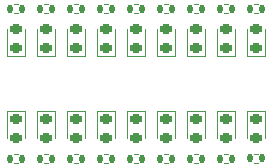
<source format=gbr>
%TF.GenerationSoftware,KiCad,Pcbnew,(6.0.9)*%
%TF.CreationDate,2024-05-18T22:59:34+02:00*%
%TF.ProjectId,Breadboard-byte-leds,42726561-6462-46f6-9172-642d62797465,rev?*%
%TF.SameCoordinates,Original*%
%TF.FileFunction,Legend,Top*%
%TF.FilePolarity,Positive*%
%FSLAX46Y46*%
G04 Gerber Fmt 4.6, Leading zero omitted, Abs format (unit mm)*
G04 Created by KiCad (PCBNEW (6.0.9)) date 2024-05-18 22:59:34*
%MOMM*%
%LPD*%
G01*
G04 APERTURE LIST*
G04 Aperture macros list*
%AMRoundRect*
0 Rectangle with rounded corners*
0 $1 Rounding radius*
0 $2 $3 $4 $5 $6 $7 $8 $9 X,Y pos of 4 corners*
0 Add a 4 corners polygon primitive as box body*
4,1,4,$2,$3,$4,$5,$6,$7,$8,$9,$2,$3,0*
0 Add four circle primitives for the rounded corners*
1,1,$1+$1,$2,$3*
1,1,$1+$1,$4,$5*
1,1,$1+$1,$6,$7*
1,1,$1+$1,$8,$9*
0 Add four rect primitives between the rounded corners*
20,1,$1+$1,$2,$3,$4,$5,0*
20,1,$1+$1,$4,$5,$6,$7,0*
20,1,$1+$1,$6,$7,$8,$9,0*
20,1,$1+$1,$8,$9,$2,$3,0*%
G04 Aperture macros list end*
%ADD10C,0.120000*%
%ADD11RoundRect,0.135000X-0.135000X-0.185000X0.135000X-0.185000X0.135000X0.185000X-0.135000X0.185000X0*%
%ADD12RoundRect,0.218750X-0.256250X0.218750X-0.256250X-0.218750X0.256250X-0.218750X0.256250X0.218750X0*%
%ADD13RoundRect,0.218750X0.256250X-0.218750X0.256250X0.218750X-0.256250X0.218750X-0.256250X-0.218750X0*%
%ADD14R,1.700000X1.700000*%
%ADD15O,1.700000X1.700000*%
G04 APERTURE END LIST*
D10*
%TO.C,R19*%
X149706359Y-83440000D02*
X150013641Y-83440000D01*
X149706359Y-84200000D02*
X150013641Y-84200000D01*
%TO.C,D12*%
X155675000Y-82080000D02*
X155675000Y-79795000D01*
X154205000Y-79795000D02*
X154205000Y-82080000D01*
X155675000Y-79795000D02*
X154205000Y-79795000D01*
%TO.C,D4*%
X156745000Y-75145000D02*
X158215000Y-75145000D01*
X156745000Y-72860000D02*
X156745000Y-75145000D01*
X158215000Y-75145000D02*
X158215000Y-72860000D01*
%TO.C,D15*%
X161825000Y-79795000D02*
X161825000Y-82080000D01*
X163295000Y-79795000D02*
X161825000Y-79795000D01*
X163295000Y-82080000D02*
X163295000Y-79795000D01*
%TO.C,R8*%
X167486359Y-71500000D02*
X167793641Y-71500000D01*
X167486359Y-70740000D02*
X167793641Y-70740000D01*
%TO.C,R26*%
X167486359Y-83440000D02*
X167793641Y-83440000D01*
X167486359Y-84200000D02*
X167793641Y-84200000D01*
%TO.C,R3*%
X154786359Y-71500000D02*
X155093641Y-71500000D01*
X154786359Y-70740000D02*
X155093641Y-70740000D01*
%TO.C,R7*%
X164946359Y-71500000D02*
X165253641Y-71500000D01*
X164946359Y-70740000D02*
X165253641Y-70740000D01*
%TO.C,R6*%
X162406359Y-71500000D02*
X162713641Y-71500000D01*
X162406359Y-70740000D02*
X162713641Y-70740000D01*
%TO.C,D13*%
X158215000Y-82080000D02*
X158215000Y-79795000D01*
X158215000Y-79795000D02*
X156745000Y-79795000D01*
X156745000Y-79795000D02*
X156745000Y-82080000D01*
%TO.C,D16*%
X164365000Y-79795000D02*
X164365000Y-82080000D01*
X165835000Y-82080000D02*
X165835000Y-79795000D01*
X165835000Y-79795000D02*
X164365000Y-79795000D01*
%TO.C,D3*%
X155675000Y-75145000D02*
X155675000Y-72860000D01*
X154205000Y-72860000D02*
X154205000Y-75145000D01*
X154205000Y-75145000D02*
X155675000Y-75145000D01*
%TO.C,D9*%
X169445000Y-72860000D02*
X169445000Y-75145000D01*
X170915000Y-75145000D02*
X170915000Y-72860000D01*
X169445000Y-75145000D02*
X170915000Y-75145000D01*
%TO.C,R4*%
X157326359Y-71500000D02*
X157633641Y-71500000D01*
X157326359Y-70740000D02*
X157633641Y-70740000D01*
%TO.C,R20*%
X152246359Y-84200000D02*
X152553641Y-84200000D01*
X152246359Y-83440000D02*
X152553641Y-83440000D01*
%TO.C,R9*%
X170026359Y-71500000D02*
X170333641Y-71500000D01*
X170026359Y-70740000D02*
X170333641Y-70740000D01*
%TO.C,R2*%
X152246359Y-70740000D02*
X152553641Y-70740000D01*
X152246359Y-71500000D02*
X152553641Y-71500000D01*
%TO.C,R27*%
X170026359Y-83376500D02*
X170333641Y-83376500D01*
X170026359Y-84136500D02*
X170333641Y-84136500D01*
%TO.C,R1*%
X149706359Y-70740000D02*
X150013641Y-70740000D01*
X149706359Y-71500000D02*
X150013641Y-71500000D01*
%TO.C,D14*%
X160755000Y-79795000D02*
X159285000Y-79795000D01*
X159285000Y-79795000D02*
X159285000Y-82080000D01*
X160755000Y-82080000D02*
X160755000Y-79795000D01*
%TO.C,R24*%
X162406359Y-84200000D02*
X162713641Y-84200000D01*
X162406359Y-83440000D02*
X162713641Y-83440000D01*
%TO.C,D18*%
X170915000Y-79795000D02*
X169445000Y-79795000D01*
X169445000Y-79795000D02*
X169445000Y-82080000D01*
X170915000Y-82080000D02*
X170915000Y-79795000D01*
%TO.C,D8*%
X166905000Y-72860000D02*
X166905000Y-75145000D01*
X166905000Y-75145000D02*
X168375000Y-75145000D01*
X168375000Y-75145000D02*
X168375000Y-72860000D01*
%TO.C,D17*%
X166905000Y-79795000D02*
X166905000Y-82080000D01*
X168375000Y-79795000D02*
X166905000Y-79795000D01*
X168375000Y-82080000D02*
X168375000Y-79795000D01*
%TO.C,D6*%
X161825000Y-72860000D02*
X161825000Y-75145000D01*
X161825000Y-75145000D02*
X163295000Y-75145000D01*
X163295000Y-75145000D02*
X163295000Y-72860000D01*
%TO.C,D10*%
X149125000Y-79795000D02*
X149125000Y-82080000D01*
X150595000Y-79795000D02*
X149125000Y-79795000D01*
X150595000Y-82080000D02*
X150595000Y-79795000D01*
%TO.C,D7*%
X164365000Y-75145000D02*
X165835000Y-75145000D01*
X165835000Y-75145000D02*
X165835000Y-72860000D01*
X164365000Y-72860000D02*
X164365000Y-75145000D01*
%TO.C,D5*%
X159285000Y-75145000D02*
X160755000Y-75145000D01*
X160755000Y-75145000D02*
X160755000Y-72860000D01*
X159285000Y-72860000D02*
X159285000Y-75145000D01*
%TO.C,R21*%
X154786359Y-83440000D02*
X155093641Y-83440000D01*
X154786359Y-84200000D02*
X155093641Y-84200000D01*
%TO.C,R5*%
X159866359Y-71500000D02*
X160173641Y-71500000D01*
X159866359Y-70740000D02*
X160173641Y-70740000D01*
%TO.C,R22*%
X157326359Y-84200000D02*
X157633641Y-84200000D01*
X157326359Y-83440000D02*
X157633641Y-83440000D01*
%TO.C,D1*%
X149125000Y-72860000D02*
X149125000Y-75145000D01*
X149125000Y-75145000D02*
X150595000Y-75145000D01*
X150595000Y-75145000D02*
X150595000Y-72860000D01*
%TO.C,D2*%
X153135000Y-75145000D02*
X153135000Y-72860000D01*
X151665000Y-75145000D02*
X153135000Y-75145000D01*
X151665000Y-72860000D02*
X151665000Y-75145000D01*
%TO.C,R25*%
X164946359Y-84200000D02*
X165253641Y-84200000D01*
X164946359Y-83440000D02*
X165253641Y-83440000D01*
%TO.C,R23*%
X159866359Y-83440000D02*
X160173641Y-83440000D01*
X159866359Y-84200000D02*
X160173641Y-84200000D01*
%TO.C,D11*%
X151665000Y-79795000D02*
X151665000Y-82080000D01*
X153135000Y-82080000D02*
X153135000Y-79795000D01*
X153135000Y-79795000D02*
X151665000Y-79795000D01*
%TD*%
%LPC*%
D11*
%TO.C,R19*%
X149350000Y-83820000D03*
X150370000Y-83820000D03*
%TD*%
D12*
%TO.C,D12*%
X154940000Y-80492500D03*
X154940000Y-82067500D03*
%TD*%
D13*
%TO.C,D4*%
X157480000Y-74447500D03*
X157480000Y-72872500D03*
%TD*%
D12*
%TO.C,D15*%
X162560000Y-80492500D03*
X162560000Y-82067500D03*
%TD*%
D11*
%TO.C,R8*%
X167130000Y-71120000D03*
X168150000Y-71120000D03*
%TD*%
%TO.C,R26*%
X167130000Y-83820000D03*
X168150000Y-83820000D03*
%TD*%
%TO.C,R3*%
X154430000Y-71120000D03*
X155450000Y-71120000D03*
%TD*%
%TO.C,R7*%
X164590000Y-71120000D03*
X165610000Y-71120000D03*
%TD*%
%TO.C,R6*%
X162050000Y-71120000D03*
X163070000Y-71120000D03*
%TD*%
D12*
%TO.C,D13*%
X157480000Y-80492500D03*
X157480000Y-82067500D03*
%TD*%
%TO.C,D16*%
X165100000Y-80492500D03*
X165100000Y-82067500D03*
%TD*%
D13*
%TO.C,D3*%
X154940000Y-74447500D03*
X154940000Y-72872500D03*
%TD*%
%TO.C,D9*%
X170180000Y-74447500D03*
X170180000Y-72872500D03*
%TD*%
D11*
%TO.C,R4*%
X156970000Y-71120000D03*
X157990000Y-71120000D03*
%TD*%
%TO.C,R20*%
X151890000Y-83820000D03*
X152910000Y-83820000D03*
%TD*%
%TO.C,R9*%
X169670000Y-71120000D03*
X170690000Y-71120000D03*
%TD*%
%TO.C,R2*%
X151890000Y-71120000D03*
X152910000Y-71120000D03*
%TD*%
%TO.C,R27*%
X169670000Y-83756500D03*
X170690000Y-83756500D03*
%TD*%
%TO.C,R1*%
X149350000Y-71120000D03*
X150370000Y-71120000D03*
%TD*%
D12*
%TO.C,D14*%
X160020000Y-80492500D03*
X160020000Y-82067500D03*
%TD*%
D11*
%TO.C,R24*%
X162050000Y-83820000D03*
X163070000Y-83820000D03*
%TD*%
D12*
%TO.C,D18*%
X170180000Y-80492500D03*
X170180000Y-82067500D03*
%TD*%
D13*
%TO.C,D8*%
X167640000Y-74447500D03*
X167640000Y-72872500D03*
%TD*%
D12*
%TO.C,D17*%
X167640000Y-80492500D03*
X167640000Y-82067500D03*
%TD*%
D13*
%TO.C,D6*%
X162560000Y-74447500D03*
X162560000Y-72872500D03*
%TD*%
D12*
%TO.C,D10*%
X149860000Y-80492500D03*
X149860000Y-82067500D03*
%TD*%
D13*
%TO.C,D7*%
X165100000Y-74447500D03*
X165100000Y-72872500D03*
%TD*%
%TO.C,D5*%
X160020000Y-74447500D03*
X160020000Y-72872500D03*
%TD*%
D11*
%TO.C,R21*%
X154430000Y-83820000D03*
X155450000Y-83820000D03*
%TD*%
%TO.C,R5*%
X159510000Y-71120000D03*
X160530000Y-71120000D03*
%TD*%
%TO.C,R22*%
X156970000Y-83820000D03*
X157990000Y-83820000D03*
%TD*%
D13*
%TO.C,D1*%
X149860000Y-74447500D03*
X149860000Y-72872500D03*
%TD*%
%TO.C,D2*%
X152400000Y-74447500D03*
X152400000Y-72872500D03*
%TD*%
D11*
%TO.C,R25*%
X164590000Y-83820000D03*
X165610000Y-83820000D03*
%TD*%
%TO.C,R23*%
X159510000Y-83820000D03*
X160530000Y-83820000D03*
%TD*%
D12*
%TO.C,D11*%
X152400000Y-80492500D03*
X152400000Y-82067500D03*
%TD*%
D14*
%TO.C,J2*%
X149860000Y-86360000D03*
D15*
X152400000Y-86360000D03*
X154940000Y-86360000D03*
X157480000Y-86360000D03*
X160020000Y-86360000D03*
X162560000Y-86360000D03*
X165100000Y-86360000D03*
X167640000Y-86360000D03*
X170180000Y-86360000D03*
%TD*%
D14*
%TO.C,J3*%
X142240000Y-68580000D03*
D15*
X144780000Y-68580000D03*
%TD*%
D14*
%TO.C,J1*%
X149860000Y-68580000D03*
D15*
X152400000Y-68580000D03*
X154940000Y-68580000D03*
X157480000Y-68580000D03*
X160020000Y-68580000D03*
X162560000Y-68580000D03*
X165100000Y-68580000D03*
X167640000Y-68580000D03*
X170180000Y-68580000D03*
%TD*%
M02*

</source>
